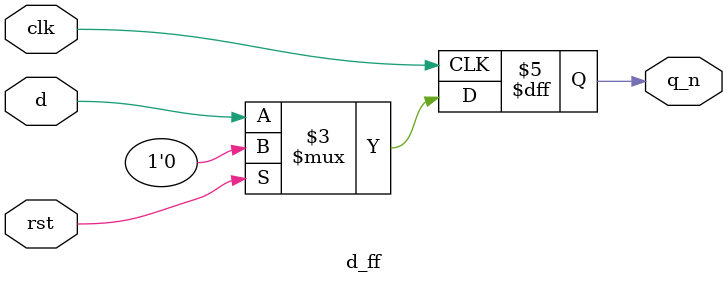
<source format=v>
`timescale 1ns / 1ps
module d_ff(
    input clk,
    input rst,
    input d,
    output reg q_n
    );
	 always @ (posedge clk)begin
	 if(rst)
	  q_n<=0;
	 else 
	  q_n<=d;
    end
endmodule

</source>
